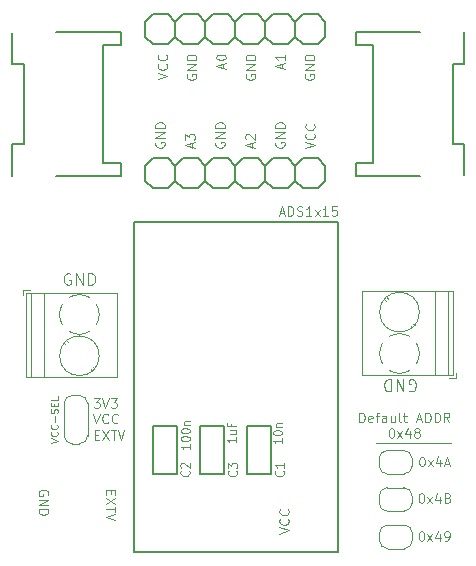
<source format=gbr>
G04 #@! TF.GenerationSoftware,KiCad,Pcbnew,(5.1.5-0-10_14)*
G04 #@! TF.CreationDate,2020-12-02T11:51:34+01:00*
G04 #@! TF.ProjectId,smartcitizen-adc-4-ch,736d6172-7463-4697-9469-7a656e2d6164,rev?*
G04 #@! TF.SameCoordinates,Original*
G04 #@! TF.FileFunction,Legend,Top*
G04 #@! TF.FilePolarity,Positive*
%FSLAX46Y46*%
G04 Gerber Fmt 4.6, Leading zero omitted, Abs format (unit mm)*
G04 Created by KiCad (PCBNEW (5.1.5-0-10_14)) date 2020-12-02 11:51:34*
%MOMM*%
%LPD*%
G04 APERTURE LIST*
%ADD10C,0.120000*%
%ADD11C,0.150000*%
%ADD12C,0.127000*%
%ADD13C,0.152400*%
G04 APERTURE END LIST*
D10*
X170711904Y-92950000D02*
X170807142Y-92997619D01*
X170950000Y-92997619D01*
X171092857Y-92950000D01*
X171188095Y-92854761D01*
X171235714Y-92759523D01*
X171283333Y-92569047D01*
X171283333Y-92426190D01*
X171235714Y-92235714D01*
X171188095Y-92140476D01*
X171092857Y-92045238D01*
X170950000Y-91997619D01*
X170854761Y-91997619D01*
X170711904Y-92045238D01*
X170664285Y-92092857D01*
X170664285Y-92426190D01*
X170854761Y-92426190D01*
X170235714Y-91997619D02*
X170235714Y-92997619D01*
X169664285Y-91997619D01*
X169664285Y-92997619D01*
X169188095Y-91997619D02*
X169188095Y-92997619D01*
X168950000Y-92997619D01*
X168807142Y-92950000D01*
X168711904Y-92854761D01*
X168664285Y-92759523D01*
X168616666Y-92569047D01*
X168616666Y-92426190D01*
X168664285Y-92235714D01*
X168711904Y-92140476D01*
X168807142Y-92045238D01*
X168950000Y-91997619D01*
X169188095Y-91997619D01*
X167900000Y-97400000D02*
X174250000Y-97400000D01*
X143973809Y-94911904D02*
X144240476Y-95711904D01*
X144507142Y-94911904D01*
X145230952Y-95635714D02*
X145192856Y-95673809D01*
X145078571Y-95711904D01*
X145002380Y-95711904D01*
X144888095Y-95673809D01*
X144811904Y-95597619D01*
X144773809Y-95521428D01*
X144735714Y-95369047D01*
X144735714Y-95254761D01*
X144773809Y-95102380D01*
X144811904Y-95026190D01*
X144888095Y-94950000D01*
X145002380Y-94911904D01*
X145078571Y-94911904D01*
X145192856Y-94950000D01*
X145230952Y-94988095D01*
X146030952Y-95635714D02*
X145992856Y-95673809D01*
X145878571Y-95711904D01*
X145802380Y-95711904D01*
X145688095Y-95673809D01*
X145611904Y-95597619D01*
X145573809Y-95521428D01*
X145535714Y-95369047D01*
X145535714Y-95254761D01*
X145573809Y-95102380D01*
X145611904Y-95026190D01*
X145688095Y-94950000D01*
X145802380Y-94911904D01*
X145878571Y-94911904D01*
X145992856Y-94950000D01*
X146030952Y-94988095D01*
X149269500Y-71907333D02*
X149231404Y-71983524D01*
X149231404Y-72097810D01*
X149269500Y-72212095D01*
X149345690Y-72288286D01*
X149421880Y-72326381D01*
X149574261Y-72364476D01*
X149688547Y-72364476D01*
X149840928Y-72326381D01*
X149917119Y-72288286D01*
X149993309Y-72212095D01*
X150031404Y-72097810D01*
X150031404Y-72021619D01*
X149993309Y-71907333D01*
X149955214Y-71869238D01*
X149688547Y-71869238D01*
X149688547Y-72021619D01*
X150031404Y-71526381D02*
X149231404Y-71526381D01*
X150031404Y-71069238D01*
X149231404Y-71069238D01*
X150031404Y-70688286D02*
X149231404Y-70688286D01*
X149231404Y-70497810D01*
X149269500Y-70383524D01*
X149345690Y-70307333D01*
X149421880Y-70269238D01*
X149574261Y-70231143D01*
X149688547Y-70231143D01*
X149840928Y-70269238D01*
X149917119Y-70307333D01*
X149993309Y-70383524D01*
X150031404Y-70497810D01*
X150031404Y-70688286D01*
X152342833Y-72364476D02*
X152342833Y-71983524D01*
X152571404Y-72440667D02*
X151771404Y-72174000D01*
X152571404Y-71907333D01*
X151771404Y-71716857D02*
X151771404Y-71221619D01*
X152076166Y-71488286D01*
X152076166Y-71374000D01*
X152114261Y-71297809D01*
X152152357Y-71259714D01*
X152228547Y-71221619D01*
X152419023Y-71221619D01*
X152495214Y-71259714D01*
X152533309Y-71297809D01*
X152571404Y-71374000D01*
X152571404Y-71602571D01*
X152533309Y-71678762D01*
X152495214Y-71716857D01*
X154349500Y-71907333D02*
X154311404Y-71983524D01*
X154311404Y-72097810D01*
X154349500Y-72212095D01*
X154425690Y-72288286D01*
X154501880Y-72326381D01*
X154654261Y-72364476D01*
X154768547Y-72364476D01*
X154920928Y-72326381D01*
X154997119Y-72288286D01*
X155073309Y-72212095D01*
X155111404Y-72097810D01*
X155111404Y-72021619D01*
X155073309Y-71907333D01*
X155035214Y-71869238D01*
X154768547Y-71869238D01*
X154768547Y-72021619D01*
X155111404Y-71526381D02*
X154311404Y-71526381D01*
X155111404Y-71069238D01*
X154311404Y-71069238D01*
X155111404Y-70688286D02*
X154311404Y-70688286D01*
X154311404Y-70497810D01*
X154349500Y-70383524D01*
X154425690Y-70307333D01*
X154501880Y-70269238D01*
X154654261Y-70231143D01*
X154768547Y-70231143D01*
X154920928Y-70269238D01*
X154997119Y-70307333D01*
X155073309Y-70383524D01*
X155111404Y-70497810D01*
X155111404Y-70688286D01*
X157422833Y-72364476D02*
X157422833Y-71983524D01*
X157651404Y-72440667D02*
X156851404Y-72174000D01*
X157651404Y-71907333D01*
X156927595Y-71678762D02*
X156889500Y-71640667D01*
X156851404Y-71564476D01*
X156851404Y-71374000D01*
X156889500Y-71297809D01*
X156927595Y-71259714D01*
X157003785Y-71221619D01*
X157079976Y-71221619D01*
X157194261Y-71259714D01*
X157651404Y-71716857D01*
X157651404Y-71221619D01*
X159429500Y-71907333D02*
X159391404Y-71983524D01*
X159391404Y-72097810D01*
X159429500Y-72212095D01*
X159505690Y-72288286D01*
X159581880Y-72326381D01*
X159734261Y-72364476D01*
X159848547Y-72364476D01*
X160000928Y-72326381D01*
X160077119Y-72288286D01*
X160153309Y-72212095D01*
X160191404Y-72097810D01*
X160191404Y-72021619D01*
X160153309Y-71907333D01*
X160115214Y-71869238D01*
X159848547Y-71869238D01*
X159848547Y-72021619D01*
X160191404Y-71526381D02*
X159391404Y-71526381D01*
X160191404Y-71069238D01*
X159391404Y-71069238D01*
X160191404Y-70688286D02*
X159391404Y-70688286D01*
X159391404Y-70497810D01*
X159429500Y-70383524D01*
X159505690Y-70307333D01*
X159581880Y-70269238D01*
X159734261Y-70231143D01*
X159848547Y-70231143D01*
X160000928Y-70269238D01*
X160077119Y-70307333D01*
X160153309Y-70383524D01*
X160191404Y-70497810D01*
X160191404Y-70688286D01*
X161931404Y-72440666D02*
X162731404Y-72174000D01*
X161931404Y-71907333D01*
X162655214Y-71183523D02*
X162693309Y-71221619D01*
X162731404Y-71335904D01*
X162731404Y-71412095D01*
X162693309Y-71526380D01*
X162617119Y-71602571D01*
X162540928Y-71640666D01*
X162388547Y-71678761D01*
X162274261Y-71678761D01*
X162121880Y-71640666D01*
X162045690Y-71602571D01*
X161969500Y-71526380D01*
X161931404Y-71412095D01*
X161931404Y-71335904D01*
X161969500Y-71221619D01*
X162007595Y-71183523D01*
X162655214Y-70383523D02*
X162693309Y-70421619D01*
X162731404Y-70535904D01*
X162731404Y-70612095D01*
X162693309Y-70726380D01*
X162617119Y-70802571D01*
X162540928Y-70840666D01*
X162388547Y-70878761D01*
X162274261Y-70878761D01*
X162121880Y-70840666D01*
X162045690Y-70802571D01*
X161969500Y-70726380D01*
X161931404Y-70612095D01*
X161931404Y-70535904D01*
X161969500Y-70421619D01*
X162007595Y-70383523D01*
X161896000Y-66169123D02*
X161857904Y-66245314D01*
X161857904Y-66359600D01*
X161896000Y-66473885D01*
X161972190Y-66550076D01*
X162048380Y-66588171D01*
X162200761Y-66626266D01*
X162315047Y-66626266D01*
X162467428Y-66588171D01*
X162543619Y-66550076D01*
X162619809Y-66473885D01*
X162657904Y-66359600D01*
X162657904Y-66283409D01*
X162619809Y-66169123D01*
X162581714Y-66131028D01*
X162315047Y-66131028D01*
X162315047Y-66283409D01*
X162657904Y-65788171D02*
X161857904Y-65788171D01*
X162657904Y-65331028D01*
X161857904Y-65331028D01*
X162657904Y-64950076D02*
X161857904Y-64950076D01*
X161857904Y-64759600D01*
X161896000Y-64645314D01*
X161972190Y-64569123D01*
X162048380Y-64531028D01*
X162200761Y-64492933D01*
X162315047Y-64492933D01*
X162467428Y-64531028D01*
X162543619Y-64569123D01*
X162619809Y-64645314D01*
X162657904Y-64759600D01*
X162657904Y-64950076D01*
X159940133Y-65635790D02*
X159940133Y-65254838D01*
X160168704Y-65711981D02*
X159368704Y-65445314D01*
X160168704Y-65178647D01*
X160168704Y-64492933D02*
X160168704Y-64950076D01*
X160168704Y-64721504D02*
X159368704Y-64721504D01*
X159482990Y-64797695D01*
X159559180Y-64873885D01*
X159597276Y-64950076D01*
X156917600Y-66169123D02*
X156879504Y-66245314D01*
X156879504Y-66359600D01*
X156917600Y-66473885D01*
X156993790Y-66550076D01*
X157069980Y-66588171D01*
X157222361Y-66626266D01*
X157336647Y-66626266D01*
X157489028Y-66588171D01*
X157565219Y-66550076D01*
X157641409Y-66473885D01*
X157679504Y-66359600D01*
X157679504Y-66283409D01*
X157641409Y-66169123D01*
X157603314Y-66131028D01*
X157336647Y-66131028D01*
X157336647Y-66283409D01*
X157679504Y-65788171D02*
X156879504Y-65788171D01*
X157679504Y-65331028D01*
X156879504Y-65331028D01*
X157679504Y-64950076D02*
X156879504Y-64950076D01*
X156879504Y-64759600D01*
X156917600Y-64645314D01*
X156993790Y-64569123D01*
X157069980Y-64531028D01*
X157222361Y-64492933D01*
X157336647Y-64492933D01*
X157489028Y-64531028D01*
X157565219Y-64569123D01*
X157641409Y-64645314D01*
X157679504Y-64759600D01*
X157679504Y-64950076D01*
X154961733Y-65635790D02*
X154961733Y-65254838D01*
X155190304Y-65711981D02*
X154390304Y-65445314D01*
X155190304Y-65178647D01*
X154390304Y-64759600D02*
X154390304Y-64683409D01*
X154428400Y-64607219D01*
X154466495Y-64569123D01*
X154542685Y-64531028D01*
X154695066Y-64492933D01*
X154885542Y-64492933D01*
X155037923Y-64531028D01*
X155114114Y-64569123D01*
X155152209Y-64607219D01*
X155190304Y-64683409D01*
X155190304Y-64759600D01*
X155152209Y-64835790D01*
X155114114Y-64873885D01*
X155037923Y-64911981D01*
X154885542Y-64950076D01*
X154695066Y-64950076D01*
X154542685Y-64911981D01*
X154466495Y-64873885D01*
X154428400Y-64835790D01*
X154390304Y-64759600D01*
X151939200Y-66169123D02*
X151901104Y-66245314D01*
X151901104Y-66359600D01*
X151939200Y-66473885D01*
X152015390Y-66550076D01*
X152091580Y-66588171D01*
X152243961Y-66626266D01*
X152358247Y-66626266D01*
X152510628Y-66588171D01*
X152586819Y-66550076D01*
X152663009Y-66473885D01*
X152701104Y-66359600D01*
X152701104Y-66283409D01*
X152663009Y-66169123D01*
X152624914Y-66131028D01*
X152358247Y-66131028D01*
X152358247Y-66283409D01*
X152701104Y-65788171D02*
X151901104Y-65788171D01*
X152701104Y-65331028D01*
X151901104Y-65331028D01*
X152701104Y-64950076D02*
X151901104Y-64950076D01*
X151901104Y-64759600D01*
X151939200Y-64645314D01*
X152015390Y-64569123D01*
X152091580Y-64531028D01*
X152243961Y-64492933D01*
X152358247Y-64492933D01*
X152510628Y-64531028D01*
X152586819Y-64569123D01*
X152663009Y-64645314D01*
X152701104Y-64759600D01*
X152701104Y-64950076D01*
X171704142Y-101650856D02*
X171780333Y-101650856D01*
X171856523Y-101688952D01*
X171894619Y-101727047D01*
X171932714Y-101803237D01*
X171970809Y-101955618D01*
X171970809Y-102146094D01*
X171932714Y-102298475D01*
X171894619Y-102374666D01*
X171856523Y-102412761D01*
X171780333Y-102450856D01*
X171704142Y-102450856D01*
X171627952Y-102412761D01*
X171589857Y-102374666D01*
X171551761Y-102298475D01*
X171513666Y-102146094D01*
X171513666Y-101955618D01*
X171551761Y-101803237D01*
X171589857Y-101727047D01*
X171627952Y-101688952D01*
X171704142Y-101650856D01*
X172237476Y-102450856D02*
X172656523Y-101917523D01*
X172237476Y-101917523D02*
X172656523Y-102450856D01*
X173304142Y-101917523D02*
X173304142Y-102450856D01*
X173113666Y-101612761D02*
X172923190Y-102184190D01*
X173418428Y-102184190D01*
X173989857Y-102031809D02*
X174104142Y-102069904D01*
X174142238Y-102107999D01*
X174180333Y-102184190D01*
X174180333Y-102298475D01*
X174142238Y-102374666D01*
X174104142Y-102412761D01*
X174027952Y-102450856D01*
X173723190Y-102450856D01*
X173723190Y-101650856D01*
X173989857Y-101650856D01*
X174066047Y-101688952D01*
X174104142Y-101727047D01*
X174142238Y-101803237D01*
X174142238Y-101879428D01*
X174104142Y-101955618D01*
X174066047Y-101993713D01*
X173989857Y-102031809D01*
X173723190Y-102031809D01*
X171761285Y-98558404D02*
X171837476Y-98558404D01*
X171913666Y-98596500D01*
X171951761Y-98634595D01*
X171989857Y-98710785D01*
X172027952Y-98863166D01*
X172027952Y-99053642D01*
X171989857Y-99206023D01*
X171951761Y-99282214D01*
X171913666Y-99320309D01*
X171837476Y-99358404D01*
X171761285Y-99358404D01*
X171685095Y-99320309D01*
X171647000Y-99282214D01*
X171608904Y-99206023D01*
X171570809Y-99053642D01*
X171570809Y-98863166D01*
X171608904Y-98710785D01*
X171647000Y-98634595D01*
X171685095Y-98596500D01*
X171761285Y-98558404D01*
X172294619Y-99358404D02*
X172713666Y-98825071D01*
X172294619Y-98825071D02*
X172713666Y-99358404D01*
X173361285Y-98825071D02*
X173361285Y-99358404D01*
X173170809Y-98520309D02*
X172980333Y-99091738D01*
X173475571Y-99091738D01*
X173742238Y-99129833D02*
X174123190Y-99129833D01*
X173666047Y-99358404D02*
X173932714Y-98558404D01*
X174199380Y-99358404D01*
X166509523Y-95601904D02*
X166509523Y-94801904D01*
X166700000Y-94801904D01*
X166814285Y-94840000D01*
X166890476Y-94916190D01*
X166928571Y-94992380D01*
X166966666Y-95144761D01*
X166966666Y-95259047D01*
X166928571Y-95411428D01*
X166890476Y-95487619D01*
X166814285Y-95563809D01*
X166700000Y-95601904D01*
X166509523Y-95601904D01*
X167614285Y-95563809D02*
X167538095Y-95601904D01*
X167385714Y-95601904D01*
X167309523Y-95563809D01*
X167271428Y-95487619D01*
X167271428Y-95182857D01*
X167309523Y-95106666D01*
X167385714Y-95068571D01*
X167538095Y-95068571D01*
X167614285Y-95106666D01*
X167652380Y-95182857D01*
X167652380Y-95259047D01*
X167271428Y-95335238D01*
X167880952Y-95068571D02*
X168185714Y-95068571D01*
X167995238Y-95601904D02*
X167995238Y-94916190D01*
X168033333Y-94840000D01*
X168109523Y-94801904D01*
X168185714Y-94801904D01*
X168795238Y-95601904D02*
X168795238Y-95182857D01*
X168757142Y-95106666D01*
X168680952Y-95068571D01*
X168528571Y-95068571D01*
X168452380Y-95106666D01*
X168795238Y-95563809D02*
X168719047Y-95601904D01*
X168528571Y-95601904D01*
X168452380Y-95563809D01*
X168414285Y-95487619D01*
X168414285Y-95411428D01*
X168452380Y-95335238D01*
X168528571Y-95297142D01*
X168719047Y-95297142D01*
X168795238Y-95259047D01*
X169519047Y-95068571D02*
X169519047Y-95601904D01*
X169176190Y-95068571D02*
X169176190Y-95487619D01*
X169214285Y-95563809D01*
X169290476Y-95601904D01*
X169404761Y-95601904D01*
X169480952Y-95563809D01*
X169519047Y-95525714D01*
X170014285Y-95601904D02*
X169938095Y-95563809D01*
X169900000Y-95487619D01*
X169900000Y-94801904D01*
X170204761Y-95068571D02*
X170509523Y-95068571D01*
X170319047Y-94801904D02*
X170319047Y-95487619D01*
X170357142Y-95563809D01*
X170433333Y-95601904D01*
X170509523Y-95601904D01*
X171347619Y-95373333D02*
X171728571Y-95373333D01*
X171271428Y-95601904D02*
X171538095Y-94801904D01*
X171804761Y-95601904D01*
X172071428Y-95601904D02*
X172071428Y-94801904D01*
X172261904Y-94801904D01*
X172376190Y-94840000D01*
X172452380Y-94916190D01*
X172490476Y-94992380D01*
X172528571Y-95144761D01*
X172528571Y-95259047D01*
X172490476Y-95411428D01*
X172452380Y-95487619D01*
X172376190Y-95563809D01*
X172261904Y-95601904D01*
X172071428Y-95601904D01*
X172871428Y-95601904D02*
X172871428Y-94801904D01*
X173061904Y-94801904D01*
X173176190Y-94840000D01*
X173252380Y-94916190D01*
X173290476Y-94992380D01*
X173328571Y-95144761D01*
X173328571Y-95259047D01*
X173290476Y-95411428D01*
X173252380Y-95487619D01*
X173176190Y-95563809D01*
X173061904Y-95601904D01*
X172871428Y-95601904D01*
X174128571Y-95601904D02*
X173861904Y-95220952D01*
X173671428Y-95601904D02*
X173671428Y-94801904D01*
X173976190Y-94801904D01*
X174052380Y-94840000D01*
X174090476Y-94878095D01*
X174128571Y-94954285D01*
X174128571Y-95068571D01*
X174090476Y-95144761D01*
X174052380Y-95182857D01*
X173976190Y-95220952D01*
X173671428Y-95220952D01*
X169176190Y-96121904D02*
X169252380Y-96121904D01*
X169328571Y-96160000D01*
X169366666Y-96198095D01*
X169404761Y-96274285D01*
X169442857Y-96426666D01*
X169442857Y-96617142D01*
X169404761Y-96769523D01*
X169366666Y-96845714D01*
X169328571Y-96883809D01*
X169252380Y-96921904D01*
X169176190Y-96921904D01*
X169100000Y-96883809D01*
X169061904Y-96845714D01*
X169023809Y-96769523D01*
X168985714Y-96617142D01*
X168985714Y-96426666D01*
X169023809Y-96274285D01*
X169061904Y-96198095D01*
X169100000Y-96160000D01*
X169176190Y-96121904D01*
X169709523Y-96921904D02*
X170128571Y-96388571D01*
X169709523Y-96388571D02*
X170128571Y-96921904D01*
X170776190Y-96388571D02*
X170776190Y-96921904D01*
X170585714Y-96083809D02*
X170395238Y-96655238D01*
X170890476Y-96655238D01*
X171309523Y-96464761D02*
X171233333Y-96426666D01*
X171195238Y-96388571D01*
X171157142Y-96312380D01*
X171157142Y-96274285D01*
X171195238Y-96198095D01*
X171233333Y-96160000D01*
X171309523Y-96121904D01*
X171461904Y-96121904D01*
X171538095Y-96160000D01*
X171576190Y-96198095D01*
X171614285Y-96274285D01*
X171614285Y-96312380D01*
X171576190Y-96388571D01*
X171538095Y-96426666D01*
X171461904Y-96464761D01*
X171309523Y-96464761D01*
X171233333Y-96502857D01*
X171195238Y-96540952D01*
X171157142Y-96617142D01*
X171157142Y-96769523D01*
X171195238Y-96845714D01*
X171233333Y-96883809D01*
X171309523Y-96921904D01*
X171461904Y-96921904D01*
X171538095Y-96883809D01*
X171576190Y-96845714D01*
X171614285Y-96769523D01*
X171614285Y-96617142D01*
X171576190Y-96540952D01*
X171538095Y-96502857D01*
X171461904Y-96464761D01*
X171723190Y-104857604D02*
X171799380Y-104857604D01*
X171875571Y-104895700D01*
X171913666Y-104933795D01*
X171951761Y-105009985D01*
X171989857Y-105162366D01*
X171989857Y-105352842D01*
X171951761Y-105505223D01*
X171913666Y-105581414D01*
X171875571Y-105619509D01*
X171799380Y-105657604D01*
X171723190Y-105657604D01*
X171647000Y-105619509D01*
X171608904Y-105581414D01*
X171570809Y-105505223D01*
X171532714Y-105352842D01*
X171532714Y-105162366D01*
X171570809Y-105009985D01*
X171608904Y-104933795D01*
X171647000Y-104895700D01*
X171723190Y-104857604D01*
X172256523Y-105657604D02*
X172675571Y-105124271D01*
X172256523Y-105124271D02*
X172675571Y-105657604D01*
X173323190Y-105124271D02*
X173323190Y-105657604D01*
X173132714Y-104819509D02*
X172942238Y-105390938D01*
X173437476Y-105390938D01*
X173780333Y-105657604D02*
X173932714Y-105657604D01*
X174008904Y-105619509D01*
X174047000Y-105581414D01*
X174123190Y-105467128D01*
X174161285Y-105314747D01*
X174161285Y-105009985D01*
X174123190Y-104933795D01*
X174085095Y-104895700D01*
X174008904Y-104857604D01*
X173856523Y-104857604D01*
X173780333Y-104895700D01*
X173742238Y-104933795D01*
X173704142Y-105009985D01*
X173704142Y-105200461D01*
X173742238Y-105276652D01*
X173780333Y-105314747D01*
X173856523Y-105352842D01*
X174008904Y-105352842D01*
X174085095Y-105314747D01*
X174123190Y-105276652D01*
X174161285Y-105200461D01*
X159740904Y-77920833D02*
X160121857Y-77920833D01*
X159664714Y-78149404D02*
X159931380Y-77349404D01*
X160198047Y-78149404D01*
X160464714Y-78149404D02*
X160464714Y-77349404D01*
X160655190Y-77349404D01*
X160769476Y-77387500D01*
X160845666Y-77463690D01*
X160883761Y-77539880D01*
X160921857Y-77692261D01*
X160921857Y-77806547D01*
X160883761Y-77958928D01*
X160845666Y-78035119D01*
X160769476Y-78111309D01*
X160655190Y-78149404D01*
X160464714Y-78149404D01*
X161226619Y-78111309D02*
X161340904Y-78149404D01*
X161531380Y-78149404D01*
X161607571Y-78111309D01*
X161645666Y-78073214D01*
X161683761Y-77997023D01*
X161683761Y-77920833D01*
X161645666Y-77844642D01*
X161607571Y-77806547D01*
X161531380Y-77768452D01*
X161379000Y-77730357D01*
X161302809Y-77692261D01*
X161264714Y-77654166D01*
X161226619Y-77577976D01*
X161226619Y-77501785D01*
X161264714Y-77425595D01*
X161302809Y-77387500D01*
X161379000Y-77349404D01*
X161569476Y-77349404D01*
X161683761Y-77387500D01*
X162445666Y-78149404D02*
X161988523Y-78149404D01*
X162217095Y-78149404D02*
X162217095Y-77349404D01*
X162140904Y-77463690D01*
X162064714Y-77539880D01*
X161988523Y-77577976D01*
X162712333Y-78149404D02*
X163131380Y-77616071D01*
X162712333Y-77616071D02*
X163131380Y-78149404D01*
X163855190Y-78149404D02*
X163398047Y-78149404D01*
X163626619Y-78149404D02*
X163626619Y-77349404D01*
X163550428Y-77463690D01*
X163474238Y-77539880D01*
X163398047Y-77577976D01*
X164579000Y-77349404D02*
X164198047Y-77349404D01*
X164159952Y-77730357D01*
X164198047Y-77692261D01*
X164274238Y-77654166D01*
X164464714Y-77654166D01*
X164540904Y-77692261D01*
X164579000Y-77730357D01*
X164617095Y-77806547D01*
X164617095Y-77997023D01*
X164579000Y-78073214D01*
X164540904Y-78111309D01*
X164464714Y-78149404D01*
X164274238Y-78149404D01*
X164198047Y-78111309D01*
X164159952Y-78073214D01*
X142038095Y-83050000D02*
X141942857Y-83002380D01*
X141800000Y-83002380D01*
X141657142Y-83050000D01*
X141561904Y-83145238D01*
X141514285Y-83240476D01*
X141466666Y-83430952D01*
X141466666Y-83573809D01*
X141514285Y-83764285D01*
X141561904Y-83859523D01*
X141657142Y-83954761D01*
X141800000Y-84002380D01*
X141895238Y-84002380D01*
X142038095Y-83954761D01*
X142085714Y-83907142D01*
X142085714Y-83573809D01*
X141895238Y-83573809D01*
X142514285Y-84002380D02*
X142514285Y-83002380D01*
X143085714Y-84002380D01*
X143085714Y-83002380D01*
X143561904Y-84002380D02*
X143561904Y-83002380D01*
X143800000Y-83002380D01*
X143942857Y-83050000D01*
X144038095Y-83145238D01*
X144085714Y-83240476D01*
X144133333Y-83430952D01*
X144133333Y-83573809D01*
X144085714Y-83764285D01*
X144038095Y-83859523D01*
X143942857Y-83954761D01*
X143800000Y-84002380D01*
X143561904Y-84002380D01*
X159734304Y-105054266D02*
X160534304Y-104787600D01*
X159734304Y-104520933D01*
X160458114Y-103797123D02*
X160496209Y-103835219D01*
X160534304Y-103949504D01*
X160534304Y-104025695D01*
X160496209Y-104139980D01*
X160420019Y-104216171D01*
X160343828Y-104254266D01*
X160191447Y-104292361D01*
X160077161Y-104292361D01*
X159924780Y-104254266D01*
X159848590Y-104216171D01*
X159772400Y-104139980D01*
X159734304Y-104025695D01*
X159734304Y-103949504D01*
X159772400Y-103835219D01*
X159810495Y-103797123D01*
X160458114Y-102997123D02*
X160496209Y-103035219D01*
X160534304Y-103149504D01*
X160534304Y-103225695D01*
X160496209Y-103339980D01*
X160420019Y-103416171D01*
X160343828Y-103454266D01*
X160191447Y-103492361D01*
X160077161Y-103492361D01*
X159924780Y-103454266D01*
X159848590Y-103416171D01*
X159772400Y-103339980D01*
X159734304Y-103225695D01*
X159734304Y-103149504D01*
X159772400Y-103035219D01*
X159810495Y-102997123D01*
X140371428Y-97371428D02*
X140971428Y-97171428D01*
X140371428Y-96971428D01*
X140914285Y-96428571D02*
X140942857Y-96457142D01*
X140971428Y-96542857D01*
X140971428Y-96600000D01*
X140942857Y-96685714D01*
X140885714Y-96742857D01*
X140828571Y-96771428D01*
X140714285Y-96800000D01*
X140628571Y-96800000D01*
X140514285Y-96771428D01*
X140457142Y-96742857D01*
X140400000Y-96685714D01*
X140371428Y-96600000D01*
X140371428Y-96542857D01*
X140400000Y-96457142D01*
X140428571Y-96428571D01*
X140914285Y-95828571D02*
X140942857Y-95857142D01*
X140971428Y-95942857D01*
X140971428Y-96000000D01*
X140942857Y-96085714D01*
X140885714Y-96142857D01*
X140828571Y-96171428D01*
X140714285Y-96200000D01*
X140628571Y-96200000D01*
X140514285Y-96171428D01*
X140457142Y-96142857D01*
X140400000Y-96085714D01*
X140371428Y-96000000D01*
X140371428Y-95942857D01*
X140400000Y-95857142D01*
X140428571Y-95828571D01*
X140742857Y-95571428D02*
X140742857Y-95114285D01*
X140942857Y-94857142D02*
X140971428Y-94771428D01*
X140971428Y-94628571D01*
X140942857Y-94571428D01*
X140914285Y-94542857D01*
X140857142Y-94514285D01*
X140800000Y-94514285D01*
X140742857Y-94542857D01*
X140714285Y-94571428D01*
X140685714Y-94628571D01*
X140657142Y-94742857D01*
X140628571Y-94800000D01*
X140600000Y-94828571D01*
X140542857Y-94857142D01*
X140485714Y-94857142D01*
X140428571Y-94828571D01*
X140400000Y-94800000D01*
X140371428Y-94742857D01*
X140371428Y-94600000D01*
X140400000Y-94514285D01*
X140657142Y-94257142D02*
X140657142Y-94057142D01*
X140971428Y-93971428D02*
X140971428Y-94257142D01*
X140371428Y-94257142D01*
X140371428Y-93971428D01*
X140971428Y-93428571D02*
X140971428Y-93714285D01*
X140371428Y-93714285D01*
X144088095Y-96692857D02*
X144354761Y-96692857D01*
X144469047Y-97111904D02*
X144088095Y-97111904D01*
X144088095Y-96311904D01*
X144469047Y-96311904D01*
X144735714Y-96311904D02*
X145269047Y-97111904D01*
X145269047Y-96311904D02*
X144735714Y-97111904D01*
X145459523Y-96311904D02*
X145916666Y-96311904D01*
X145688095Y-97111904D02*
X145688095Y-96311904D01*
X146069047Y-96311904D02*
X146335714Y-97111904D01*
X146602380Y-96311904D01*
X144011904Y-93611904D02*
X144507142Y-93611904D01*
X144240476Y-93916666D01*
X144354761Y-93916666D01*
X144430952Y-93954761D01*
X144469047Y-93992857D01*
X144507142Y-94069047D01*
X144507142Y-94259523D01*
X144469047Y-94335714D01*
X144430952Y-94373809D01*
X144354761Y-94411904D01*
X144126190Y-94411904D01*
X144050000Y-94373809D01*
X144011904Y-94335714D01*
X144735714Y-93611904D02*
X145002381Y-94411904D01*
X145269047Y-93611904D01*
X145459523Y-93611904D02*
X145954761Y-93611904D01*
X145688095Y-93916666D01*
X145802381Y-93916666D01*
X145878571Y-93954761D01*
X145916666Y-93992857D01*
X145954761Y-94069047D01*
X145954761Y-94259523D01*
X145916666Y-94335714D01*
X145878571Y-94373809D01*
X145802381Y-94411904D01*
X145573809Y-94411904D01*
X145497619Y-94373809D01*
X145459523Y-94335714D01*
X149411904Y-66550075D02*
X150211904Y-66283409D01*
X149411904Y-66016742D01*
X150135714Y-65292932D02*
X150173809Y-65331028D01*
X150211904Y-65445313D01*
X150211904Y-65521504D01*
X150173809Y-65635789D01*
X150097619Y-65711980D01*
X150021428Y-65750075D01*
X149869047Y-65788170D01*
X149754761Y-65788170D01*
X149602380Y-65750075D01*
X149526190Y-65711980D01*
X149450000Y-65635789D01*
X149411904Y-65521504D01*
X149411904Y-65445313D01*
X149450000Y-65331028D01*
X149488095Y-65292932D01*
X150135714Y-64492932D02*
X150173809Y-64531028D01*
X150211904Y-64645313D01*
X150211904Y-64721504D01*
X150173809Y-64835789D01*
X150097619Y-64911980D01*
X150021428Y-64950075D01*
X149869047Y-64988170D01*
X149754761Y-64988170D01*
X149602380Y-64950075D01*
X149526190Y-64911980D01*
X149450000Y-64835789D01*
X149411904Y-64721504D01*
X149411904Y-64645313D01*
X149450000Y-64531028D01*
X149488095Y-64492932D01*
X140100000Y-101790476D02*
X140138095Y-101714285D01*
X140138095Y-101600000D01*
X140100000Y-101485714D01*
X140023809Y-101409523D01*
X139947619Y-101371428D01*
X139795238Y-101333333D01*
X139680952Y-101333333D01*
X139528571Y-101371428D01*
X139452380Y-101409523D01*
X139376190Y-101485714D01*
X139338095Y-101600000D01*
X139338095Y-101676190D01*
X139376190Y-101790476D01*
X139414285Y-101828571D01*
X139680952Y-101828571D01*
X139680952Y-101676190D01*
X139338095Y-102171428D02*
X140138095Y-102171428D01*
X139338095Y-102628571D01*
X140138095Y-102628571D01*
X139338095Y-103009523D02*
X140138095Y-103009523D01*
X140138095Y-103200000D01*
X140100000Y-103314285D01*
X140023809Y-103390476D01*
X139947619Y-103428571D01*
X139795238Y-103466666D01*
X139680952Y-103466666D01*
X139528571Y-103428571D01*
X139452380Y-103390476D01*
X139376190Y-103314285D01*
X139338095Y-103200000D01*
X139338095Y-103009523D01*
X145457142Y-101400000D02*
X145457142Y-101666666D01*
X145038095Y-101780952D02*
X145038095Y-101400000D01*
X145838095Y-101400000D01*
X145838095Y-101780952D01*
X145838095Y-102047619D02*
X145038095Y-102580952D01*
X145838095Y-102580952D02*
X145038095Y-102047619D01*
X145838095Y-102771428D02*
X145838095Y-103228571D01*
X145038095Y-103000000D02*
X145838095Y-103000000D01*
X145838095Y-103380952D02*
X145038095Y-103647619D01*
X145838095Y-103914285D01*
D11*
X164695240Y-106578400D02*
X147423240Y-106578400D01*
X147423240Y-106578400D02*
X147423240Y-78638400D01*
X147423240Y-78638400D02*
X164695240Y-78638400D01*
X164693600Y-106578400D02*
X164693600Y-78638400D01*
D12*
X137100760Y-65301480D02*
X137100760Y-62700520D01*
X138101520Y-72098520D02*
X138101520Y-65301480D01*
X137100760Y-72098520D02*
X138101520Y-72098520D01*
X137100760Y-74798540D02*
X137100760Y-72098520D01*
X138101520Y-65301480D02*
X137100760Y-65301480D01*
X140837100Y-62601460D02*
X146300000Y-62601460D01*
X146300000Y-74752820D02*
X146300000Y-73700000D01*
X140837100Y-74798540D02*
X146300640Y-74798540D01*
X146300000Y-62645500D02*
X146300000Y-63700000D01*
X144802040Y-63700000D02*
X146300000Y-63700000D01*
X144802040Y-73700000D02*
X146300000Y-73700000D01*
X144802040Y-73700000D02*
X144802040Y-63700000D01*
D10*
X174700000Y-91850000D02*
X174700000Y-91450000D01*
X174060000Y-91850000D02*
X174700000Y-91850000D01*
X170841000Y-87445000D02*
X170969000Y-87574000D01*
X168625000Y-85230000D02*
X168719000Y-85324000D01*
X171081000Y-87275000D02*
X171174000Y-87369000D01*
X168831000Y-85025000D02*
X168959000Y-85154000D01*
X166740000Y-84490000D02*
X174460000Y-84490000D01*
X166740000Y-91610000D02*
X174460000Y-91610000D01*
X174460000Y-91610000D02*
X174460000Y-84490000D01*
X166740000Y-91610000D02*
X166740000Y-84490000D01*
X172900000Y-91610000D02*
X172900000Y-84490000D01*
X174000000Y-91610000D02*
X174000000Y-84490000D01*
X171580000Y-86300000D02*
G75*
G03X171580000Y-86300000I-1680000J0D01*
G01*
X171580099Y-89771326D02*
G75*
G02X171340000Y-90666000I-1680099J-28674D01*
G01*
X170789894Y-91225358D02*
G75*
G02X169034000Y-91240000I-889894J1425358D01*
G01*
X168474642Y-90689894D02*
G75*
G02X168460000Y-88934000I1425358J889894D01*
G01*
X169009807Y-88374495D02*
G75*
G02X170791000Y-88375000I890193J-1425505D01*
G01*
X171324721Y-88909736D02*
G75*
G02X171580000Y-89800000I-1424721J-890264D01*
G01*
X138000000Y-84450000D02*
X138000000Y-84850000D01*
X138640000Y-84450000D02*
X138000000Y-84450000D01*
X141859000Y-88855000D02*
X141731000Y-88726000D01*
X144075000Y-91070000D02*
X143981000Y-90976000D01*
X141619000Y-89025000D02*
X141526000Y-88931000D01*
X143869000Y-91275000D02*
X143741000Y-91146000D01*
X145960000Y-91810000D02*
X138240000Y-91810000D01*
X145960000Y-84690000D02*
X138240000Y-84690000D01*
X138240000Y-84690000D02*
X138240000Y-91810000D01*
X145960000Y-84690000D02*
X145960000Y-91810000D01*
X139800000Y-84690000D02*
X139800000Y-91810000D01*
X138700000Y-84690000D02*
X138700000Y-91810000D01*
X144480000Y-90000000D02*
G75*
G03X144480000Y-90000000I-1680000J0D01*
G01*
X141119901Y-86528674D02*
G75*
G02X141360000Y-85634000I1680099J28674D01*
G01*
X141910106Y-85074642D02*
G75*
G02X143666000Y-85060000I889894J-1425358D01*
G01*
X144225358Y-85610106D02*
G75*
G02X144240000Y-87366000I-1425358J-889894D01*
G01*
X143690193Y-87925505D02*
G75*
G02X141909000Y-87925000I-890193J1425505D01*
G01*
X141375279Y-87390264D02*
G75*
G02X141120000Y-86500000I1424721J890264D01*
G01*
X142800000Y-93350000D02*
G75*
G02X143500000Y-94050000I0J-700000D01*
G01*
X141500000Y-94050000D02*
G75*
G02X142200000Y-93350000I700000J0D01*
G01*
X142200000Y-97450000D02*
G75*
G02X141500000Y-96750000I0J700000D01*
G01*
X143500000Y-96750000D02*
G75*
G02X142800000Y-97450000I-700000J0D01*
G01*
X143500000Y-94000000D02*
X143500000Y-96800000D01*
X142800000Y-97450000D02*
X142200000Y-97450000D01*
X141500000Y-96800000D02*
X141500000Y-94000000D01*
X142200000Y-93350000D02*
X142800000Y-93350000D01*
D12*
X159004000Y-99974400D02*
X156972000Y-99974400D01*
X159004000Y-95910400D02*
X159004000Y-99974400D01*
X156972000Y-95910400D02*
X159004000Y-95910400D01*
X156972000Y-99974400D02*
X156972000Y-95910400D01*
X151028400Y-99974400D02*
X148996400Y-99974400D01*
X151028400Y-95910400D02*
X151028400Y-99974400D01*
X148996400Y-95910400D02*
X151028400Y-95910400D01*
X148996400Y-99974400D02*
X148996400Y-95910400D01*
X155041600Y-99974400D02*
X153009600Y-99974400D01*
X155041600Y-95910400D02*
X155041600Y-99974400D01*
X153009600Y-95910400D02*
X155041600Y-95910400D01*
X153009600Y-99974400D02*
X153009600Y-95910400D01*
D13*
X150291800Y-63600000D02*
X149021800Y-63600000D01*
X148386800Y-62965000D02*
X149021800Y-63600000D01*
X149021800Y-61060000D02*
X148386800Y-61695000D01*
X148386800Y-61695000D02*
X148386800Y-62965000D01*
X151561800Y-63600000D02*
X150926800Y-62965000D01*
X152831800Y-63600000D02*
X151561800Y-63600000D01*
X153466800Y-62965000D02*
X152831800Y-63600000D01*
X153466800Y-61695000D02*
X153466800Y-62965000D01*
X152831800Y-61060000D02*
X153466800Y-61695000D01*
X151561800Y-61060000D02*
X152831800Y-61060000D01*
X150926800Y-61695000D02*
X151561800Y-61060000D01*
X150926800Y-62965000D02*
X150291800Y-63600000D01*
X150926800Y-61695000D02*
X150926800Y-62965000D01*
X150291800Y-61060000D02*
X150926800Y-61695000D01*
X149021800Y-61060000D02*
X150291800Y-61060000D01*
X157911800Y-63600000D02*
X156641800Y-63600000D01*
X156006800Y-62965000D02*
X156641800Y-63600000D01*
X156641800Y-61060000D02*
X156006800Y-61695000D01*
X154101800Y-63600000D02*
X153466800Y-62965000D01*
X155371800Y-63600000D02*
X154101800Y-63600000D01*
X156006800Y-62965000D02*
X155371800Y-63600000D01*
X156006800Y-61695000D02*
X156006800Y-62965000D01*
X155371800Y-61060000D02*
X156006800Y-61695000D01*
X154101800Y-61060000D02*
X155371800Y-61060000D01*
X153466800Y-61695000D02*
X154101800Y-61060000D01*
X159181800Y-63600000D02*
X158546800Y-62965000D01*
X160451800Y-63600000D02*
X159181800Y-63600000D01*
X161086800Y-62965000D02*
X160451800Y-63600000D01*
X161086800Y-61695000D02*
X161086800Y-62965000D01*
X160451800Y-61060000D02*
X161086800Y-61695000D01*
X159181800Y-61060000D02*
X160451800Y-61060000D01*
X158546800Y-61695000D02*
X159181800Y-61060000D01*
X158546800Y-62965000D02*
X157911800Y-63600000D01*
X158546800Y-61695000D02*
X158546800Y-62965000D01*
X157911800Y-61060000D02*
X158546800Y-61695000D01*
X156641800Y-61060000D02*
X157911800Y-61060000D01*
X161721800Y-63600000D02*
X161086800Y-62965000D01*
X162991800Y-63600000D02*
X161721800Y-63600000D01*
X163626800Y-62965000D02*
X162991800Y-63600000D01*
X163626800Y-61695000D02*
X163626800Y-62965000D01*
X162991800Y-61060000D02*
X163626800Y-61695000D01*
X161721800Y-61060000D02*
X162991800Y-61060000D01*
X161086800Y-61695000D02*
X161721800Y-61060000D01*
X161721800Y-73253600D02*
X162991800Y-73253600D01*
X163626800Y-73888600D02*
X162991800Y-73253600D01*
X162991800Y-75793600D02*
X163626800Y-75158600D01*
X163626800Y-75158600D02*
X163626800Y-73888600D01*
X160451800Y-73253600D02*
X161086800Y-73888600D01*
X159181800Y-73253600D02*
X160451800Y-73253600D01*
X158546800Y-73888600D02*
X159181800Y-73253600D01*
X158546800Y-75158600D02*
X158546800Y-73888600D01*
X159181800Y-75793600D02*
X158546800Y-75158600D01*
X160451800Y-75793600D02*
X159181800Y-75793600D01*
X161086800Y-75158600D02*
X160451800Y-75793600D01*
X161086800Y-73888600D02*
X161721800Y-73253600D01*
X161086800Y-75158600D02*
X161086800Y-73888600D01*
X161721800Y-75793600D02*
X161086800Y-75158600D01*
X162991800Y-75793600D02*
X161721800Y-75793600D01*
X154101800Y-73253600D02*
X155371800Y-73253600D01*
X156006800Y-73888600D02*
X155371800Y-73253600D01*
X155371800Y-75793600D02*
X156006800Y-75158600D01*
X157911800Y-73253600D02*
X158546800Y-73888600D01*
X156641800Y-73253600D02*
X157911800Y-73253600D01*
X156006800Y-73888600D02*
X156641800Y-73253600D01*
X156006800Y-75158600D02*
X156006800Y-73888600D01*
X156641800Y-75793600D02*
X156006800Y-75158600D01*
X157911800Y-75793600D02*
X156641800Y-75793600D01*
X158546800Y-75158600D02*
X157911800Y-75793600D01*
X152831800Y-73253600D02*
X153466800Y-73888600D01*
X151561800Y-73253600D02*
X152831800Y-73253600D01*
X150926800Y-73888600D02*
X151561800Y-73253600D01*
X150926800Y-75158600D02*
X150926800Y-73888600D01*
X151561800Y-75793600D02*
X150926800Y-75158600D01*
X152831800Y-75793600D02*
X151561800Y-75793600D01*
X153466800Y-75158600D02*
X152831800Y-75793600D01*
X153466800Y-73888600D02*
X154101800Y-73253600D01*
X153466800Y-75158600D02*
X153466800Y-73888600D01*
X154101800Y-75793600D02*
X153466800Y-75158600D01*
X155371800Y-75793600D02*
X154101800Y-75793600D01*
X150291800Y-73253600D02*
X150926800Y-73888600D01*
X149021800Y-73253600D02*
X150291800Y-73253600D01*
X148386800Y-73888600D02*
X149021800Y-73253600D01*
X148386800Y-75158600D02*
X148386800Y-73888600D01*
X149021800Y-75793600D02*
X148386800Y-75158600D01*
X150291800Y-75793600D02*
X149021800Y-75793600D01*
X150926800Y-75158600D02*
X150291800Y-75793600D01*
D10*
X170295800Y-106321100D02*
X168895800Y-106321100D01*
X168195800Y-105621100D02*
X168195800Y-105021100D01*
X168895800Y-104321100D02*
X170295800Y-104321100D01*
X170995800Y-105021100D02*
X170995800Y-105621100D01*
X170995800Y-105621100D02*
G75*
G02X170295800Y-106321100I-700000J0D01*
G01*
X170295800Y-104321100D02*
G75*
G02X170995800Y-105021100I0J-700000D01*
G01*
X168195800Y-105021100D02*
G75*
G02X168895800Y-104321100I700000J0D01*
G01*
X168895800Y-106321100D02*
G75*
G02X168195800Y-105621100I0J700000D01*
G01*
X170270400Y-103158800D02*
X168870400Y-103158800D01*
X168170400Y-102458800D02*
X168170400Y-101858800D01*
X168870400Y-101158800D02*
X170270400Y-101158800D01*
X170970400Y-101858800D02*
X170970400Y-102458800D01*
X170970400Y-102458800D02*
G75*
G02X170270400Y-103158800I-700000J0D01*
G01*
X170270400Y-101158800D02*
G75*
G02X170970400Y-101858800I0J-700000D01*
G01*
X168170400Y-101858800D02*
G75*
G02X168870400Y-101158800I700000J0D01*
G01*
X168870400Y-103158800D02*
G75*
G02X168170400Y-102458800I0J700000D01*
G01*
X170270400Y-100009200D02*
X168870400Y-100009200D01*
X168170400Y-99309200D02*
X168170400Y-98709200D01*
X168870400Y-98009200D02*
X170270400Y-98009200D01*
X170970400Y-98709200D02*
X170970400Y-99309200D01*
X170970400Y-99309200D02*
G75*
G02X170270400Y-100009200I-700000J0D01*
G01*
X170270400Y-98009200D02*
G75*
G02X170970400Y-98709200I0J-700000D01*
G01*
X168170400Y-98709200D02*
G75*
G02X168870400Y-98009200I700000J0D01*
G01*
X168870400Y-100009200D02*
G75*
G02X168170400Y-99309200I0J700000D01*
G01*
D12*
X167697960Y-63700000D02*
X167697960Y-73700000D01*
X167697960Y-63700000D02*
X166200000Y-63700000D01*
X167697960Y-73700000D02*
X166200000Y-73700000D01*
X166200000Y-74754500D02*
X166200000Y-73700000D01*
X171662900Y-62601460D02*
X166199360Y-62601460D01*
X166200000Y-62647180D02*
X166200000Y-63700000D01*
X171662900Y-74798540D02*
X166200000Y-74798540D01*
X174398480Y-72098520D02*
X175399240Y-72098520D01*
X175399240Y-62601460D02*
X175399240Y-65301480D01*
X175399240Y-65301480D02*
X174398480Y-65301480D01*
X174398480Y-65301480D02*
X174398480Y-72098520D01*
X175399240Y-72098520D02*
X175399240Y-74699480D01*
D10*
X160044914Y-99736266D02*
X160083009Y-99769600D01*
X160121104Y-99869600D01*
X160121104Y-99936266D01*
X160083009Y-100036266D01*
X160006819Y-100102933D01*
X159930628Y-100136266D01*
X159778247Y-100169600D01*
X159663961Y-100169600D01*
X159511580Y-100136266D01*
X159435390Y-100102933D01*
X159359200Y-100036266D01*
X159321104Y-99936266D01*
X159321104Y-99869600D01*
X159359200Y-99769600D01*
X159397295Y-99736266D01*
X160121104Y-99069600D02*
X160121104Y-99469600D01*
X160121104Y-99269600D02*
X159321104Y-99269600D01*
X159435390Y-99336266D01*
X159511580Y-99402933D01*
X159549676Y-99469600D01*
X159968704Y-96981934D02*
X159968704Y-97381934D01*
X159968704Y-97181934D02*
X159168704Y-97181934D01*
X159282990Y-97248600D01*
X159359180Y-97315267D01*
X159397276Y-97381934D01*
X159168704Y-96548600D02*
X159168704Y-96481934D01*
X159206800Y-96415267D01*
X159244895Y-96381934D01*
X159321085Y-96348600D01*
X159473466Y-96315267D01*
X159663942Y-96315267D01*
X159816323Y-96348600D01*
X159892514Y-96381934D01*
X159930609Y-96415267D01*
X159968704Y-96481934D01*
X159968704Y-96548600D01*
X159930609Y-96615267D01*
X159892514Y-96648600D01*
X159816323Y-96681934D01*
X159663942Y-96715267D01*
X159473466Y-96715267D01*
X159321085Y-96681934D01*
X159244895Y-96648600D01*
X159206800Y-96615267D01*
X159168704Y-96548600D01*
X159435371Y-96015267D02*
X159968704Y-96015267D01*
X159511561Y-96015267D02*
X159473466Y-95981934D01*
X159435371Y-95915267D01*
X159435371Y-95815267D01*
X159473466Y-95748600D01*
X159549657Y-95715267D01*
X159968704Y-95715267D01*
X152069314Y-99736266D02*
X152107409Y-99769600D01*
X152145504Y-99869600D01*
X152145504Y-99936266D01*
X152107409Y-100036266D01*
X152031219Y-100102933D01*
X151955028Y-100136266D01*
X151802647Y-100169600D01*
X151688361Y-100169600D01*
X151535980Y-100136266D01*
X151459790Y-100102933D01*
X151383600Y-100036266D01*
X151345504Y-99936266D01*
X151345504Y-99869600D01*
X151383600Y-99769600D01*
X151421695Y-99736266D01*
X151421695Y-99469600D02*
X151383600Y-99436266D01*
X151345504Y-99369600D01*
X151345504Y-99202933D01*
X151383600Y-99136266D01*
X151421695Y-99102933D01*
X151497885Y-99069600D01*
X151574076Y-99069600D01*
X151688361Y-99102933D01*
X152145504Y-99502933D01*
X152145504Y-99069600D01*
X152170904Y-97481933D02*
X152170904Y-97881933D01*
X152170904Y-97681933D02*
X151370904Y-97681933D01*
X151485190Y-97748600D01*
X151561380Y-97815266D01*
X151599476Y-97881933D01*
X151370904Y-97048600D02*
X151370904Y-96981933D01*
X151409000Y-96915266D01*
X151447095Y-96881933D01*
X151523285Y-96848600D01*
X151675666Y-96815266D01*
X151866142Y-96815266D01*
X152018523Y-96848600D01*
X152094714Y-96881933D01*
X152132809Y-96915266D01*
X152170904Y-96981933D01*
X152170904Y-97048600D01*
X152132809Y-97115266D01*
X152094714Y-97148600D01*
X152018523Y-97181933D01*
X151866142Y-97215266D01*
X151675666Y-97215266D01*
X151523285Y-97181933D01*
X151447095Y-97148600D01*
X151409000Y-97115266D01*
X151370904Y-97048600D01*
X151370904Y-96381933D02*
X151370904Y-96315266D01*
X151409000Y-96248600D01*
X151447095Y-96215266D01*
X151523285Y-96181933D01*
X151675666Y-96148600D01*
X151866142Y-96148600D01*
X152018523Y-96181933D01*
X152094714Y-96215266D01*
X152132809Y-96248600D01*
X152170904Y-96315266D01*
X152170904Y-96381933D01*
X152132809Y-96448600D01*
X152094714Y-96481933D01*
X152018523Y-96515266D01*
X151866142Y-96548600D01*
X151675666Y-96548600D01*
X151523285Y-96515266D01*
X151447095Y-96481933D01*
X151409000Y-96448600D01*
X151370904Y-96381933D01*
X151637571Y-95848600D02*
X152170904Y-95848600D01*
X151713761Y-95848600D02*
X151675666Y-95815266D01*
X151637571Y-95748600D01*
X151637571Y-95648600D01*
X151675666Y-95581933D01*
X151751857Y-95548600D01*
X152170904Y-95548600D01*
X156082514Y-99736266D02*
X156120609Y-99769600D01*
X156158704Y-99869600D01*
X156158704Y-99936266D01*
X156120609Y-100036266D01*
X156044419Y-100102933D01*
X155968228Y-100136266D01*
X155815847Y-100169600D01*
X155701561Y-100169600D01*
X155549180Y-100136266D01*
X155472990Y-100102933D01*
X155396800Y-100036266D01*
X155358704Y-99936266D01*
X155358704Y-99869600D01*
X155396800Y-99769600D01*
X155434895Y-99736266D01*
X155358704Y-99502933D02*
X155358704Y-99069600D01*
X155663466Y-99302933D01*
X155663466Y-99202933D01*
X155701561Y-99136266D01*
X155739657Y-99102933D01*
X155815847Y-99069600D01*
X156006323Y-99069600D01*
X156082514Y-99102933D01*
X156120609Y-99136266D01*
X156158704Y-99202933D01*
X156158704Y-99402933D01*
X156120609Y-99469600D01*
X156082514Y-99502933D01*
X156057104Y-96915266D02*
X156057104Y-97315266D01*
X156057104Y-97115266D02*
X155257104Y-97115266D01*
X155371390Y-97181933D01*
X155447580Y-97248600D01*
X155485676Y-97315266D01*
X155523771Y-96315266D02*
X156057104Y-96315266D01*
X155523771Y-96615266D02*
X155942819Y-96615266D01*
X156019009Y-96581933D01*
X156057104Y-96515266D01*
X156057104Y-96415266D01*
X156019009Y-96348600D01*
X155980914Y-96315266D01*
X155638057Y-95748600D02*
X155638057Y-95981933D01*
X156057104Y-95981933D02*
X155257104Y-95981933D01*
X155257104Y-95648600D01*
M02*

</source>
